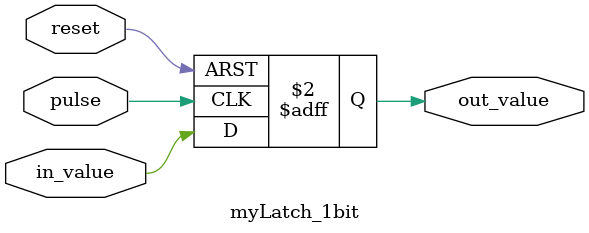
<source format=sv>


// Post :
// distance : mesure de la distance par le sonar
// Flags   : Flags[0] Overflow Flags[1] Interrupt 

//

// Commentaire :
// Ce module est la pour permettre le controle du module sonar.sv
// Overflow pour ine distance suppérieure à 1.638 m

// Dépendances :
// sonar_FSM.sv
// full_adder14.sv 
// full_adder5.sv
// full_adder8.sv
// full_adder_1_bit.sv
//

module sonar_FSM(input logic 		clk, reset,
					  output logic 	Trigger,
					  input logic		Echo, 
					  input logic 		triggerLowStart,
					  output logic 	[19:0] distance, // 20 bits permet d'aller au-delà de 1.7 [m] d'encodage.
					  output logic 	[1:0] Flags);

					  
	logic 			updateFlagOverflow;
	
	logic 			counterReset;
	logic [19:0] 	counterRegister;
	logic [19:0] 	counterSum;
	logic 			c_out_adder;
	
	logic 			updateDistance;
	
	logic overflow; 
	logic blockedInInitMode;
	logic updateBlockedInInitMode;
	logic stateIsInitMode;

	
	
	// LE COUNTER PRINCIPAL
	full_adder20 	FA20(.a(counterRegister[19:0]), .b(20'd1), .c_in(1'b0), .sum(counterSum[19:0]), .c_out(c_out_adder));
	
	// LE LATCH POUR CONSERVER CETTE VALEUR
	myLatch20 		latch_20_bits(.in_value(counterSum[19:0]), .pulse(updateDistance), .out_value(distance[19:0]));
	
	// LATCH POUR LE CARRY_OUT
	myLatch_1bit 	latch_carry_out(.in_value(c_out_adder), .pulse(updateFlagOverflow), .reset(reset), .out_value(overflow));
	
	// LATCH POUR LE STATE INIT MODE
	myLatch_1bit	forInitMode(.in_value(stateIsInitMode), .pulse(updateBlockedInInitMode), .reset(reset), .out_value(blockedInInitMode));
	
	always_ff @ (posedge clk)
		begin
			if(counterReset) counterRegister <= 20'b0;
			else counterRegister <= counterSum;
		end	
		
	 
	 logic triggerHighEnd;
	 logic triggerLowEnd;
	 
	always_comb 
		begin
			if (counterRegister == 20'd600)  triggerHighEnd = 1'b1;
			else triggerHighEnd = 1'b0; 
		
			if (counterRegister == 20'd150)  triggerLowEnd = 1'b1;
			else triggerLowEnd = 1'b0;
		end


	typedef enum logic [2:0] {STAND_BY,TRIG_LOW,INTER_TRIG,TRIG_MODE,INIT_MODE,COUNTING,OVERFLOW} statetype; //On définit les états du système
		statetype state, nextstate;


	always_ff @ (posedge clk)
		if (reset) state <= STAND_BY;
		else state <= nextstate;
		
	always_comb 
		case (state) 
			STAND_BY : if (triggerLowStart) begin   nextstate = TRIG_LOW; updateDistance = 1'b0; end
				  else begin nextstate = STAND_BY; updateDistance = 1'b0; end
				  
			
			TRIG_LOW : if(triggerLowEnd) begin	nextstate = INTER_TRIG; updateDistance = 1'b0; end
					else begin nextstate = TRIG_LOW; updateDistance = 1'b0; end
					
			// Sert juste à reset un compteur
			INTER_TRIG : begin nextstate = TRIG_MODE; updateDistance = 1'b0; end
				  
			TRIG_MODE : if (triggerHighEnd) begin  nextstate = INIT_MODE; updateDistance = 1'b0; end
				  else begin nextstate = TRIG_MODE; updateDistance = 1'b0; end
				  
			INIT_MODE : 
				begin
					updateDistance = 1'b0;
					if(triggerLowStart)		nextstate = TRIG_LOW;
					else if(Echo) nextstate = COUNTING;
					else nextstate = INIT_MODE;
				end
			
			COUNTING : if (~Echo) begin	nextstate = STAND_BY; updateDistance = 1'b1; end
				  else if (c_out_adder) begin nextstate = OVERFLOW; updateDistance = 1'b1; end
				  else begin nextstate = COUNTING; updateDistance = 1'b0; end
				  
			OVERFLOW : if (triggerLowStart) begin  nextstate = TRIG_LOW; updateDistance = 1'b0; end
				  else begin nextstate = OVERFLOW; updateDistance = 1'b0; end
		
			default : begin nextstate = STAND_BY; updateDistance = 1'b0; end
		endcase

	// state == INIT_MODE est là pour dire qu'on le remet à 0.
	assign updateFlagOverflow = (c_out_adder) | (state == INIT_MODE);
	
	assign counterReset = (state == STAND_BY) | (state == INTER_TRIG) | (state == INIT_MODE) | (state == OVERFLOW) | reset | triggerLowStart; 


	assign Flags[0] = (overflow == 1'b1);
	assign Flags[1] = (blockedInInitMode == 1'b1); // is blocked in init_mode.
	assign Trigger = (state == TRIG_MODE);
	
	assign updateBlockedInInitMode = ((state == INIT_MODE) | (state == COUNTING)) & clk;
	assign stateIsInitMode = (state == INIT_MODE);

endmodule


// Stockage de la valeur de counting lorsqu'on va repartir pour un autre trigger.
module myLatch20 ( input logic [19:0] in_value, input logic pulse, output logic [19:0] out_value);
	always_ff @ (posedge pulse) 
		out_value <= in_value; 
endmodule 

module myLatch_1bit ( input logic in_value, input logic pulse, input logic reset, output logic out_value);		
	always_ff @ (posedge reset, posedge pulse) 
		if(reset) out_value <= 1'b0;
		else out_value <= in_value; 
endmodule   

</source>
